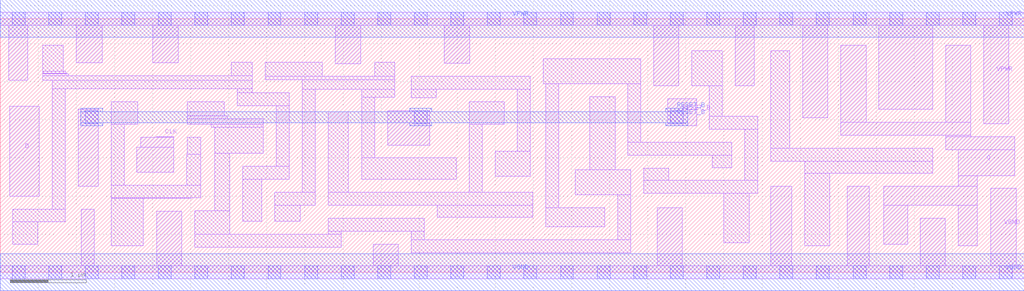
<source format=lef>
# Copyright 2020 The SkyWater PDK Authors
#
# Licensed under the Apache License, Version 2.0 (the "License");
# you may not use this file except in compliance with the License.
# You may obtain a copy of the License at
#
#     https://www.apache.org/licenses/LICENSE-2.0
#
# Unless required by applicable law or agreed to in writing, software
# distributed under the License is distributed on an "AS IS" BASIS,
# WITHOUT WARRANTIES OR CONDITIONS OF ANY KIND, either express or implied.
# See the License for the specific language governing permissions and
# limitations under the License.
#
# SPDX-License-Identifier: Apache-2.0

VERSION 5.7 ;
  NAMESCASESENSITIVE ON ;
  NOWIREEXTENSIONATPIN ON ;
  DIVIDERCHAR "/" ;
  BUSBITCHARS "[]" ;
UNITS
  DATABASE MICRONS 200 ;
END UNITS
MACRO sky130_fd_sc_ls__dfrtp_4
  CLASS CORE ;
  SOURCE USER ;
  FOREIGN sky130_fd_sc_ls__dfrtp_4 ;
  ORIGIN  0.000000  0.000000 ;
  SIZE  13.44000 BY  3.330000 ;
  SYMMETRY X Y R90 ;
  SITE unit ;
  PIN D
    ANTENNAGATEAREA  0.126000 ;
    DIRECTION INPUT ;
    USE SIGNAL ;
    PORT
      LAYER li1 ;
        RECT 0.125000 1.000000 0.515000 2.180000 ;
    END
  END D
  PIN Q
    ANTENNADIFFAREA  1.207100 ;
    DIRECTION OUTPUT ;
    USE SIGNAL ;
    PORT
      LAYER li1 ;
        RECT 11.035000 1.800000 12.740000 1.970000 ;
        RECT 11.035000 1.970000 11.365000 2.980000 ;
        RECT 11.595000 0.365000 11.910000 0.880000 ;
        RECT 11.595000 0.880000 12.825000 1.130000 ;
        RECT 12.410000 1.610000 13.315000 1.780000 ;
        RECT 12.410000 1.780000 12.740000 1.800000 ;
        RECT 12.410000 1.970000 12.740000 2.980000 ;
        RECT 12.575000 0.350000 12.825000 0.880000 ;
        RECT 12.575000 1.130000 12.825000 1.270000 ;
        RECT 12.575000 1.270000 13.315000 1.610000 ;
    END
  END Q
  PIN RESET_B
    ANTENNAGATEAREA  0.378000 ;
    DIRECTION INPUT ;
    USE SIGNAL ;
    PORT
      LAYER li1 ;
        RECT 1.025000 1.130000 1.285000 2.140000 ;
        RECT 5.085000 1.670000 5.635000 2.120000 ;
        RECT 8.765000 1.920000 9.140000 2.275000 ;
      LAYER mcon ;
        RECT 1.115000 1.950000 1.285000 2.120000 ;
        RECT 5.435000 1.950000 5.605000 2.120000 ;
        RECT 8.795000 1.950000 8.965000 2.120000 ;
      LAYER met1 ;
        RECT 1.055000 1.920000 1.345000 1.965000 ;
        RECT 1.055000 1.965000 9.025000 2.105000 ;
        RECT 1.055000 2.105000 1.345000 2.150000 ;
        RECT 5.375000 1.920000 5.665000 1.965000 ;
        RECT 5.375000 2.105000 5.665000 2.150000 ;
        RECT 8.735000 1.920000 9.025000 1.965000 ;
        RECT 8.735000 2.105000 9.025000 2.150000 ;
    END
  END RESET_B
  PIN CLK
    ANTENNAGATEAREA  0.261000 ;
    DIRECTION INPUT ;
    USE CLOCK ;
    PORT
      LAYER li1 ;
        RECT 1.795000 1.310000 2.275000 1.640000 ;
        RECT 1.845000 1.640000 2.275000 1.775000 ;
        RECT 2.045000 1.775000 2.275000 1.780000 ;
    END
  END CLK
  PIN VGND
    DIRECTION INOUT ;
    SHAPE ABUTMENT ;
    USE GROUND ;
    PORT
      LAYER li1 ;
        RECT  0.000000 -0.085000 13.440000 0.085000 ;
        RECT  1.065000  0.085000  1.235000 0.830000 ;
        RECT  2.055000  0.085000  2.385000 0.800000 ;
        RECT  4.895000  0.085000  5.225000 0.370000 ;
        RECT  8.625000  0.085000  8.955000 0.845000 ;
        RECT 10.115000  0.085000 10.390000 1.130000 ;
        RECT 11.120000  0.085000 11.410000 1.130000 ;
        RECT 12.080000  0.085000 12.405000 0.710000 ;
        RECT 13.005000  0.085000 13.335000 1.100000 ;
      LAYER mcon ;
        RECT  0.155000 -0.085000  0.325000 0.085000 ;
        RECT  0.635000 -0.085000  0.805000 0.085000 ;
        RECT  1.115000 -0.085000  1.285000 0.085000 ;
        RECT  1.595000 -0.085000  1.765000 0.085000 ;
        RECT  2.075000 -0.085000  2.245000 0.085000 ;
        RECT  2.555000 -0.085000  2.725000 0.085000 ;
        RECT  3.035000 -0.085000  3.205000 0.085000 ;
        RECT  3.515000 -0.085000  3.685000 0.085000 ;
        RECT  3.995000 -0.085000  4.165000 0.085000 ;
        RECT  4.475000 -0.085000  4.645000 0.085000 ;
        RECT  4.955000 -0.085000  5.125000 0.085000 ;
        RECT  5.435000 -0.085000  5.605000 0.085000 ;
        RECT  5.915000 -0.085000  6.085000 0.085000 ;
        RECT  6.395000 -0.085000  6.565000 0.085000 ;
        RECT  6.875000 -0.085000  7.045000 0.085000 ;
        RECT  7.355000 -0.085000  7.525000 0.085000 ;
        RECT  7.835000 -0.085000  8.005000 0.085000 ;
        RECT  8.315000 -0.085000  8.485000 0.085000 ;
        RECT  8.795000 -0.085000  8.965000 0.085000 ;
        RECT  9.275000 -0.085000  9.445000 0.085000 ;
        RECT  9.755000 -0.085000  9.925000 0.085000 ;
        RECT 10.235000 -0.085000 10.405000 0.085000 ;
        RECT 10.715000 -0.085000 10.885000 0.085000 ;
        RECT 11.195000 -0.085000 11.365000 0.085000 ;
        RECT 11.675000 -0.085000 11.845000 0.085000 ;
        RECT 12.155000 -0.085000 12.325000 0.085000 ;
        RECT 12.635000 -0.085000 12.805000 0.085000 ;
        RECT 13.115000 -0.085000 13.285000 0.085000 ;
      LAYER met1 ;
        RECT 0.000000 -0.245000 13.440000 0.245000 ;
    END
  END VGND
  PIN VPWR
    DIRECTION INOUT ;
    SHAPE ABUTMENT ;
    USE POWER ;
    PORT
      LAYER li1 ;
        RECT  0.000000 3.245000 13.440000 3.415000 ;
        RECT  0.110000 2.520000  0.360000 3.245000 ;
        RECT  1.000000 2.750000  1.340000 3.245000 ;
        RECT  2.005000 2.750000  2.335000 3.245000 ;
        RECT  4.400000 2.740000  4.730000 3.245000 ;
        RECT  5.830000 2.745000  6.165000 3.245000 ;
        RECT  8.580000 2.445000  8.910000 3.245000 ;
        RECT  9.650000 2.445000  9.900000 3.245000 ;
        RECT 10.535000 2.025000 10.865000 3.245000 ;
        RECT 11.535000 2.140000 12.240000 3.245000 ;
        RECT 12.910000 1.950000 13.240000 3.245000 ;
      LAYER mcon ;
        RECT  0.155000 3.245000  0.325000 3.415000 ;
        RECT  0.635000 3.245000  0.805000 3.415000 ;
        RECT  1.115000 3.245000  1.285000 3.415000 ;
        RECT  1.595000 3.245000  1.765000 3.415000 ;
        RECT  2.075000 3.245000  2.245000 3.415000 ;
        RECT  2.555000 3.245000  2.725000 3.415000 ;
        RECT  3.035000 3.245000  3.205000 3.415000 ;
        RECT  3.515000 3.245000  3.685000 3.415000 ;
        RECT  3.995000 3.245000  4.165000 3.415000 ;
        RECT  4.475000 3.245000  4.645000 3.415000 ;
        RECT  4.955000 3.245000  5.125000 3.415000 ;
        RECT  5.435000 3.245000  5.605000 3.415000 ;
        RECT  5.915000 3.245000  6.085000 3.415000 ;
        RECT  6.395000 3.245000  6.565000 3.415000 ;
        RECT  6.875000 3.245000  7.045000 3.415000 ;
        RECT  7.355000 3.245000  7.525000 3.415000 ;
        RECT  7.835000 3.245000  8.005000 3.415000 ;
        RECT  8.315000 3.245000  8.485000 3.415000 ;
        RECT  8.795000 3.245000  8.965000 3.415000 ;
        RECT  9.275000 3.245000  9.445000 3.415000 ;
        RECT  9.755000 3.245000  9.925000 3.415000 ;
        RECT 10.235000 3.245000 10.405000 3.415000 ;
        RECT 10.715000 3.245000 10.885000 3.415000 ;
        RECT 11.195000 3.245000 11.365000 3.415000 ;
        RECT 11.675000 3.245000 11.845000 3.415000 ;
        RECT 12.155000 3.245000 12.325000 3.415000 ;
        RECT 12.635000 3.245000 12.805000 3.415000 ;
        RECT 13.115000 3.245000 13.285000 3.415000 ;
      LAYER met1 ;
        RECT 0.000000 3.085000 13.440000 3.575000 ;
    END
  END VPWR
  OBS
    LAYER li1 ;
      RECT  0.165000 0.370000  0.495000 0.660000 ;
      RECT  0.165000 0.660000  0.855000 0.830000 ;
      RECT  0.560000 2.520000  3.310000 2.580000 ;
      RECT  0.560000 2.580000  0.890000 2.605000 ;
      RECT  0.560000 2.605000  0.875000 2.615000 ;
      RECT  0.560000 2.615000  0.860000 2.640000 ;
      RECT  0.560000 2.640000  0.830000 2.980000 ;
      RECT  0.685000 0.830000  0.855000 2.410000 ;
      RECT  0.685000 2.410000  3.310000 2.520000 ;
      RECT  1.455000 0.350000  1.875000 0.970000 ;
      RECT  1.455000 0.970000  2.510000 0.975000 ;
      RECT  1.455000 0.975000  2.635000 1.140000 ;
      RECT  1.455000 1.140000  1.625000 1.945000 ;
      RECT  1.455000 1.945000  1.805000 2.240000 ;
      RECT  2.445000 1.140000  2.635000 1.550000 ;
      RECT  2.455000 1.550000  2.635000 1.775000 ;
      RECT  2.455000 1.945000  3.455000 2.015000 ;
      RECT  2.455000 2.015000  2.985000 2.055000 ;
      RECT  2.455000 2.055000  2.940000 2.240000 ;
      RECT  2.555000 0.330000  4.475000 0.500000 ;
      RECT  2.555000 0.500000  3.015000 0.805000 ;
      RECT  2.770000 1.905000  3.455000 1.945000 ;
      RECT  2.815000 0.805000  3.015000 1.560000 ;
      RECT  2.815000 1.560000  3.455000 1.905000 ;
      RECT  3.030000 2.580000  3.310000 2.755000 ;
      RECT  3.110000 2.185000  3.795000 2.355000 ;
      RECT  3.110000 2.355000  3.310000 2.410000 ;
      RECT  3.185000 0.670000  3.435000 1.220000 ;
      RECT  3.185000 1.220000  3.795000 1.390000 ;
      RECT  3.480000 2.525000  5.180000 2.570000 ;
      RECT  3.480000 2.570000  4.230000 2.755000 ;
      RECT  3.605000 0.670000  3.935000 0.880000 ;
      RECT  3.605000 0.880000  4.135000 1.050000 ;
      RECT  3.625000 1.390000  3.795000 2.185000 ;
      RECT  3.965000 1.050000  4.135000 2.400000 ;
      RECT  3.965000 2.400000  5.180000 2.525000 ;
      RECT  4.305000 0.500000  4.475000 0.540000 ;
      RECT  4.305000 0.540000  5.565000 0.710000 ;
      RECT  4.305000 0.880000  6.990000 1.050000 ;
      RECT  4.305000 1.050000  4.570000 2.105000 ;
      RECT  4.745000 1.220000  5.985000 1.500000 ;
      RECT  4.745000 1.500000  4.915000 2.295000 ;
      RECT  4.745000 2.295000  5.180000 2.400000 ;
      RECT  4.915000 2.570000  5.180000 2.755000 ;
      RECT  5.395000 0.255000  8.275000 0.425000 ;
      RECT  5.395000 0.425000  5.565000 0.540000 ;
      RECT  5.395000 2.290000  5.725000 2.405000 ;
      RECT  5.395000 2.405000  6.955000 2.575000 ;
      RECT  5.735000 0.720000  6.990000 0.880000 ;
      RECT  6.155000 1.050000  6.325000 1.940000 ;
      RECT  6.155000 1.940000  6.615000 2.235000 ;
      RECT  6.495000 1.260000  6.955000 1.590000 ;
      RECT  6.785000 1.590000  6.955000 2.405000 ;
      RECT  7.125000 2.475000  8.410000 2.805000 ;
      RECT  7.160000 0.595000  7.935000 0.845000 ;
      RECT  7.160000 0.845000  7.330000 2.475000 ;
      RECT  7.545000 1.015000  8.275000 1.345000 ;
      RECT  7.740000 1.345000  8.070000 2.305000 ;
      RECT  8.105000 0.425000  8.275000 1.015000 ;
      RECT  8.240000 1.535000  9.605000 1.705000 ;
      RECT  8.240000 1.705000  8.410000 2.475000 ;
      RECT  8.445000 1.035000  9.945000 1.205000 ;
      RECT  8.445000 1.205000  8.775000 1.365000 ;
      RECT  9.080000 2.445000  9.480000 2.905000 ;
      RECT  9.310000 1.875000  9.945000 2.045000 ;
      RECT  9.310000 2.045000  9.480000 2.445000 ;
      RECT  9.345000 1.375000  9.605000 1.535000 ;
      RECT  9.500000 0.385000  9.830000 1.035000 ;
      RECT  9.775000 1.205000  9.945000 1.875000 ;
      RECT 10.115000 1.460000 12.240000 1.630000 ;
      RECT 10.115000 1.630000 10.365000 2.905000 ;
      RECT 10.560000 0.350000 10.890000 1.300000 ;
      RECT 10.560000 1.300000 12.240000 1.460000 ;
  END
END sky130_fd_sc_ls__dfrtp_4

</source>
